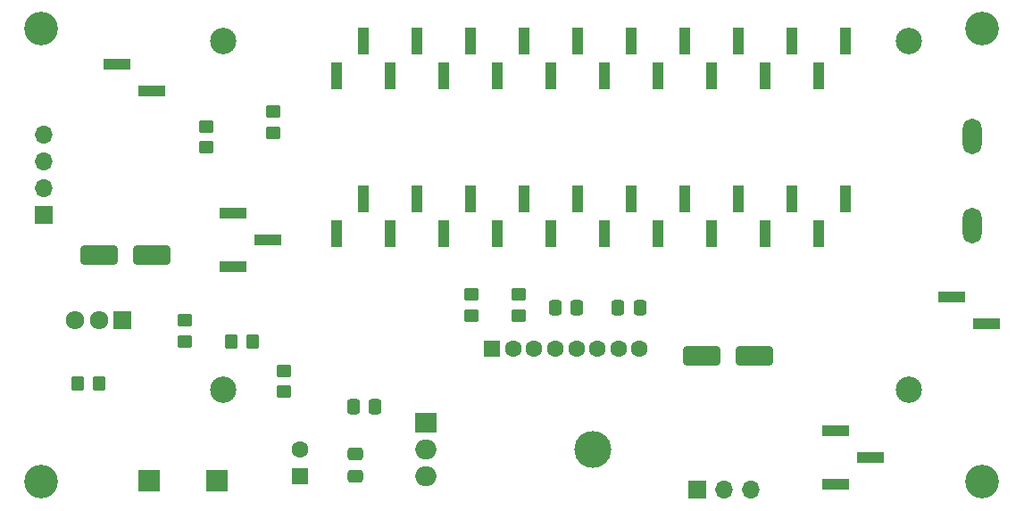
<source format=gbr>
%TF.GenerationSoftware,KiCad,Pcbnew,8.0.9-8.0.9-0~ubuntu24.04.1*%
%TF.CreationDate,2025-02-24T19:57:28+02:00*%
%TF.ProjectId,LRL5,4c524c35-2e6b-4696-9361-645f70636258,rev?*%
%TF.SameCoordinates,Original*%
%TF.FileFunction,Soldermask,Top*%
%TF.FilePolarity,Negative*%
%FSLAX46Y46*%
G04 Gerber Fmt 4.6, Leading zero omitted, Abs format (unit mm)*
G04 Created by KiCad (PCBNEW 8.0.9-8.0.9-0~ubuntu24.04.1) date 2025-02-24 19:57:28*
%MOMM*%
%LPD*%
G01*
G04 APERTURE LIST*
G04 Aperture macros list*
%AMRoundRect*
0 Rectangle with rounded corners*
0 $1 Rounding radius*
0 $2 $3 $4 $5 $6 $7 $8 $9 X,Y pos of 4 corners*
0 Add a 4 corners polygon primitive as box body*
4,1,4,$2,$3,$4,$5,$6,$7,$8,$9,$2,$3,0*
0 Add four circle primitives for the rounded corners*
1,1,$1+$1,$2,$3*
1,1,$1+$1,$4,$5*
1,1,$1+$1,$6,$7*
1,1,$1+$1,$8,$9*
0 Add four rect primitives between the rounded corners*
20,1,$1+$1,$2,$3,$4,$5,0*
20,1,$1+$1,$4,$5,$6,$7,0*
20,1,$1+$1,$6,$7,$8,$9,0*
20,1,$1+$1,$8,$9,$2,$3,0*%
G04 Aperture macros list end*
%ADD10C,3.200000*%
%ADD11RoundRect,0.250000X-1.500000X-0.650000X1.500000X-0.650000X1.500000X0.650000X-1.500000X0.650000X0*%
%ADD12RoundRect,0.250000X1.500000X0.650000X-1.500000X0.650000X-1.500000X-0.650000X1.500000X-0.650000X0*%
%ADD13RoundRect,0.250000X-0.450000X0.350000X-0.450000X-0.350000X0.450000X-0.350000X0.450000X0.350000X0*%
%ADD14R,1.700000X1.700000*%
%ADD15O,1.700000X1.700000*%
%ADD16R,2.510000X1.000000*%
%ADD17RoundRect,0.250000X0.475000X-0.337500X0.475000X0.337500X-0.475000X0.337500X-0.475000X-0.337500X0*%
%ADD18R,2.000000X2.000000*%
%ADD19C,3.500000*%
%ADD20R,2.000000X1.905000*%
%ADD21O,2.000000X1.905000*%
%ADD22R,1.000000X2.510000*%
%ADD23RoundRect,0.250000X0.337500X0.475000X-0.337500X0.475000X-0.337500X-0.475000X0.337500X-0.475000X0*%
%ADD24R,1.600000X1.600000*%
%ADD25C,1.600000*%
%ADD26RoundRect,0.250000X-0.337500X-0.475000X0.337500X-0.475000X0.337500X0.475000X-0.337500X0.475000X0*%
%ADD27RoundRect,0.250000X-0.350000X-0.450000X0.350000X-0.450000X0.350000X0.450000X-0.350000X0.450000X0*%
%ADD28R,1.710000X1.800000*%
%ADD29O,1.710000X1.800000*%
%ADD30RoundRect,0.250000X0.450000X-0.350000X0.450000X0.350000X-0.450000X0.350000X-0.450000X-0.350000X0*%
%ADD31C,2.500000*%
%ADD32O,1.800000X3.400000*%
G04 APERTURE END LIST*
D10*
%TO.C,H1*%
X174750000Y-33500000D03*
%TD*%
D11*
%TO.C,D1*%
X237400000Y-64600000D03*
X242400000Y-64600000D03*
%TD*%
D10*
%TO.C,H3*%
X174750000Y-76500000D03*
%TD*%
D12*
%TO.C,D2*%
X185200000Y-55000000D03*
X180200000Y-55000000D03*
%TD*%
D13*
%TO.C,R6*%
X215500000Y-58750000D03*
X215500000Y-60750000D03*
%TD*%
D14*
%TO.C,J1*%
X237000000Y-77300000D03*
D15*
X239540000Y-77300000D03*
X242080000Y-77300000D03*
%TD*%
D16*
%TO.C,J5*%
X250095000Y-71710000D03*
X253405000Y-74250000D03*
X250095000Y-76790000D03*
%TD*%
D17*
%TO.C,C3*%
X204500000Y-76000000D03*
X204500000Y-73925000D03*
%TD*%
D13*
%TO.C,R2*%
X197800000Y-66000000D03*
X197800000Y-68000000D03*
%TD*%
%TO.C,R3*%
X190400000Y-42800000D03*
X190400000Y-44800000D03*
%TD*%
D18*
%TO.C,TP1*%
X191400000Y-76400000D03*
%TD*%
D19*
%TO.C,U1*%
X227050000Y-73460000D03*
D20*
X211250000Y-70920000D03*
D21*
X211250000Y-73460000D03*
X211250000Y-76000000D03*
%TD*%
D22*
%TO.C,J3*%
X251020000Y-49690000D03*
X248480000Y-53000000D03*
X245940000Y-49690000D03*
X243400000Y-53000000D03*
X240860000Y-49690000D03*
X238320000Y-53000000D03*
X235780000Y-49690000D03*
X233240000Y-53000000D03*
X230700000Y-49690000D03*
X228160000Y-53000000D03*
X225620000Y-49690000D03*
X223080000Y-53000000D03*
X220540000Y-49690000D03*
X218000000Y-53000000D03*
X215460000Y-49690000D03*
X212920000Y-53000000D03*
X210380000Y-49690000D03*
X207840000Y-53000000D03*
X205300000Y-49690000D03*
X202760000Y-53000000D03*
%TD*%
D23*
%TO.C,C1*%
X206437500Y-69400000D03*
X204362500Y-69400000D03*
%TD*%
D22*
%TO.C,J4*%
X251020000Y-34690000D03*
X248480000Y-38000000D03*
X245940000Y-34690000D03*
X243400000Y-38000000D03*
X240860000Y-34690000D03*
X238320000Y-38000000D03*
X235780000Y-34690000D03*
X233240000Y-38000000D03*
X230700000Y-34690000D03*
X228160000Y-38000000D03*
X225620000Y-34690000D03*
X223080000Y-38000000D03*
X220540000Y-34690000D03*
X218000000Y-38000000D03*
X215460000Y-34690000D03*
X212920000Y-38000000D03*
X210380000Y-34690000D03*
X207840000Y-38000000D03*
X205300000Y-34690000D03*
X202760000Y-38000000D03*
%TD*%
D24*
%TO.C,C2*%
X199250000Y-76000000D03*
D25*
X199250000Y-73500000D03*
%TD*%
D26*
%TO.C,C4*%
X229462500Y-60000000D03*
X231537500Y-60000000D03*
%TD*%
D16*
%TO.C,J2*%
X261095000Y-58980000D03*
X264405000Y-61520000D03*
%TD*%
D27*
%TO.C,R4*%
X178200000Y-67200000D03*
X180200000Y-67200000D03*
%TD*%
%TO.C,R1*%
X192800000Y-63200000D03*
X194800000Y-63200000D03*
%TD*%
D18*
%TO.C,TP2*%
X185000000Y-76400000D03*
%TD*%
D26*
%TO.C,C5*%
X223462500Y-60000000D03*
X225537500Y-60000000D03*
%TD*%
D28*
%TO.C,Q1*%
X182475000Y-61200000D03*
D29*
X180195000Y-61200000D03*
X177915000Y-61200000D03*
%TD*%
D14*
%TO.C,J6*%
X175000000Y-51200000D03*
D15*
X175000000Y-48660000D03*
X175000000Y-46120000D03*
X175000000Y-43580000D03*
%TD*%
D30*
%TO.C,R5*%
X188400000Y-63200000D03*
X188400000Y-61200000D03*
%TD*%
D16*
%TO.C,J7*%
X192945000Y-51060000D03*
X196255000Y-53600000D03*
X192945000Y-56140000D03*
%TD*%
%TO.C,J8*%
X185255000Y-39470000D03*
X181945000Y-36930000D03*
%TD*%
D13*
%TO.C,R7*%
X220000000Y-58750000D03*
X220000000Y-60750000D03*
%TD*%
D10*
%TO.C,H4*%
X264000000Y-76500000D03*
%TD*%
D13*
%TO.C,R8*%
X196750000Y-41400000D03*
X196750000Y-43400000D03*
%TD*%
D10*
%TO.C,H2*%
X264000000Y-33500000D03*
%TD*%
D31*
%TO.C,U2*%
X257000000Y-67800000D03*
X257000000Y-34700000D03*
X192000000Y-67800000D03*
X192000000Y-34700000D03*
D24*
X217500000Y-63900000D03*
D25*
X219500000Y-63900000D03*
X221500000Y-63900000D03*
X223500000Y-63900000D03*
X225500000Y-63900000D03*
X227500000Y-63900000D03*
X229500000Y-63900000D03*
X231500000Y-63900000D03*
D32*
X263050000Y-52250000D03*
X263050000Y-43750000D03*
%TD*%
M02*

</source>
